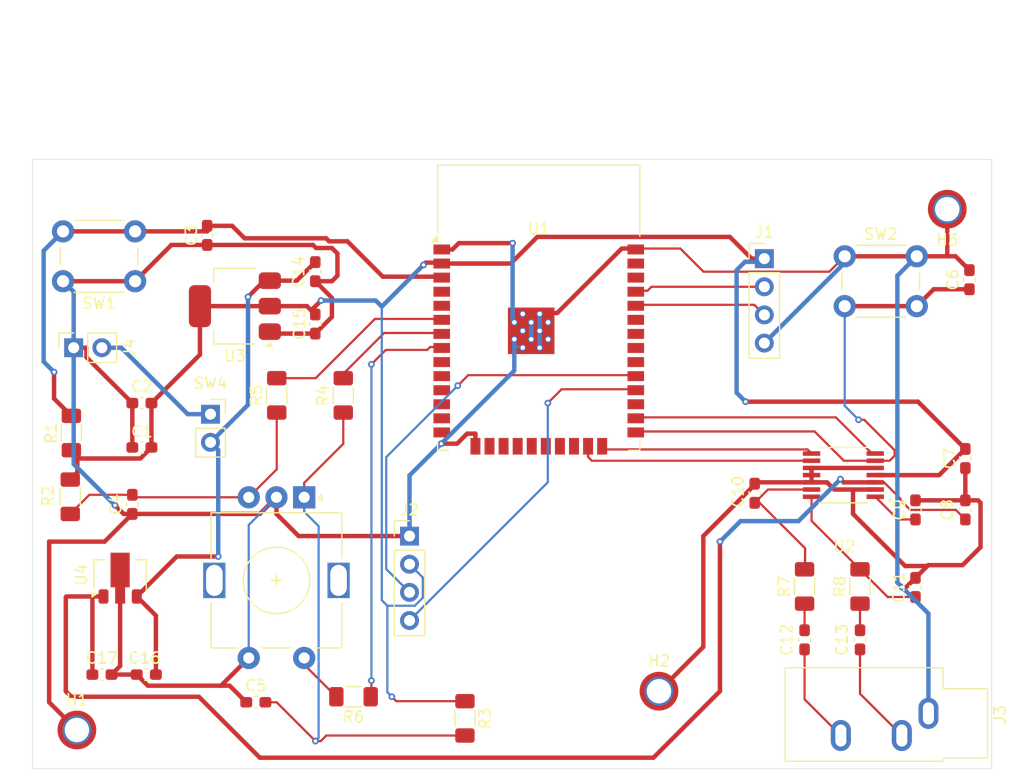
<source format=kicad_pcb>
(kicad_pcb (version 20241229) (generator "pcbnew") (generator_version "9.0")
  (layers (0 "F.Cu" signal) (2 "B.Cu" signal) (13 "F.Paste" user) (15 "B.Paste" user) (5 "F.SilkS" user "F.Silkscreen") (7 "B.SilkS" user "B.Silkscreen") (1 "F.Mask" user) (3 "B.Mask" user) (25 "Edge.Cuts" user))
  (net 0 "")
  (net 1 "+3.3V")
  (net 2 "GND")
  (net 3 "/EN")
  (net 4 "Net-(C4-Pad1)")
  (net 5 "/INV")
  (net 6 "Net-(C5-Pad1)")
  (net 7 "/TX0")
  (net 8 "/IO0")
  (net 10 "/RX0")
  (net 12 "+5V")
  (net 14 "/IO5")
  (net 15 "/IO17")
  (net 19 "Net-(J4-Pin_2)")
  (net 23 "/IO32")
  (net 28 "/IO34")
  (net 29 "Net-(U2-VREF)")
  (net 34 "Net-(U2-VINL)")
  (net 37 "Net-(U2-VINR)")
  (net 38 "/IO35")
  (net 39 "Net-(C12-Pad1)")
  (net 40 "Net-(C12-Pad2)")
  (net 41 "Net-(C13-Pad2)")
  (net 42 "Net-(C13-Pad1)")
  (net 43 "Net-(R6-Pad2)")
  (net 44 "/IO15")
  (net 48 "/IO2")
  (net 49 "/IO4")
  (footprint "Connector_PinHeader_2.54mm:PinHeader_1x04_P2.54mm_Vertical" (layer "F.Cu") (at 97.5 103)
    (property "Reference" "J2")
    (property "Value" "OLED I2C")
  )
  (footprint "Capacitor_SMD:C_0603_1608Metric_Pad1.08x0.95mm_HandSolder" (layer "F.Cu") (at 73.3625 91 180)
    (property "Reference" "C2")
    (property "Value" "0.1uF")
  )
  (footprint "Capacitor_SMD:C_0603_1608Metric_Pad1.08x0.95mm_HandSolder" (layer "F.Cu") (at 147.63 100.6375 -90)
    (property "Reference" "C8")
    (property "Value" "2.2uF")
  )
  (footprint "Resistor_SMD:R_1206_3216Metric_Pad1.30x1.75mm_HandSolder" (layer "F.Cu") (at 133.13 107.55 90)
    (property "Reference" "R7")
    (property "Value" "470")
  )
  (footprint "Capacitor_SMD:C_0603_1608Metric_Pad1.08x0.95mm_HandSolder" (layer "F.Cu") (at 128.63 99.1375 -90)
    (property "Reference" "C10")
    (property "Value" "2200pF")
  )
  (footprint "Resistor_SMD:R_1206_3216Metric_Pad1.30x1.75mm_HandSolder" (layer "F.Cu") (at 67 93.7 90)
    (property "Reference" "R1")
    (property "Value" "10k")
  )
  (footprint "Capacitor_SMD:C_0603_1608Metric_Pad1.08x0.95mm_HandSolder" (layer "F.Cu") (at 147.63 96 90)
    (property "Reference" "C7")
    (property "Value" "2.2uF")
  )
  (footprint "Package_TO_SOT_SMD:SOT-223-3_TabPin2" (layer "F.Cu") (at 81.75 82.25 180)
    (property "Reference" "U3")
    (property "Value" "ADP3338AKCZ-3.3")
  )
  (footprint "Capacitor_SMD:C_0603_1608Metric_Pad1.08x0.95mm_HandSolder" (layer "F.Cu") (at 89 79.1375 -90)
    (property "Reference" "C14")
    (property "Value" "1uF")
  )
  (footprint "Capacitor_SMD:C_0603_1608Metric_Pad1.08x0.95mm_HandSolder" (layer "F.Cu") (at 138.13 112.3625 -90)
    (property "Reference" "C13")
    (property "Value" "2.2uF")
  )
  (footprint "Resistor_SMD:R_1206_3216Metric_Pad1.30x1.75mm_HandSolder" (layer "F.Cu") (at 66.9 99.45 -90)
    (property "Reference" "R2")
    (property "Value" "10k")
  )
  (footprint "Resistor_SMD:R_1206_3216Metric_Pad1.30x1.75mm_HandSolder" (layer "F.Cu") (at 102.5 119.45 -90)
    (property "Reference" "R3")
    (property "Value" "10k")
  )
  (footprint "PCM1808:SOP65P640X120-14N" (layer "F.Cu") (at 136.63 97.5 180)
    (property "Reference" "U2")
    (property "Value" "PCM1808PWR")
  )
  (footprint "MountingHole:MountingHole_2.2mm_M2_ISO7380_Pad_TopOnly" (layer "F.Cu") (at 146 73.5 180)
    (property "Reference" "H3")
    (property "Value" "MountingHole_Pad")
  )
  (footprint "Capacitor_SMD:C_0603_1608Metric_Pad1.08x0.95mm_HandSolder" (layer "F.Cu") (at 83.6375 118 180)
    (property "Reference" "C5")
    (property "Value" "0.1uF")
  )
  (footprint "Connector_PinSocket_2.54mm:PinSocket_1x02_P2.54mm_Vertical" (layer "F.Cu") (at 79.55 92)
    (property "Reference" "SW4")
    (property "Value" "Power switch")
  )
  (footprint "Capacitor_SMD:C_0603_1608Metric_Pad1.08x0.95mm_HandSolder" (layer "F.Cu") (at 73.7625 115.5 180)
    (property "Reference" "C16")
    (property "Value" "0.1uF")
  )
  (footprint "Capacitor_SMD:C_0603_1608Metric_Pad1.08x0.95mm_HandSolder" (layer "F.Cu") (at 69.7625 115.5)
    (property "Reference" "C17")
    (property "Value" "0.1uF")
  )
  (footprint "Capacitor_SMD:C_0603_1608Metric_Pad1.08x0.95mm_HandSolder" (layer "F.Cu") (at 79.25 75.8625 90)
    (property "Reference" "C3")
    (property "Value" "1uF")
  )
  (footprint "Resistor_SMD:R_1206_3216Metric_Pad1.30x1.75mm_HandSolder" (layer "F.Cu") (at 138.13 107.55 90)
    (property "Reference" "R8")
    (property "Value" "470")
  )
  (footprint "Capacitor_SMD:C_0603_1608Metric_Pad1.08x0.95mm_HandSolder" (layer "F.Cu") (at 89 83.8625 90)
    (property "Reference" "C15")
    (property "Value" "1uF")
  )
  (footprint "Connector_PinHeader_2.54mm:PinHeader_1x04_P2.54mm_Vertical" (layer "F.Cu") (at 129.5 77.96)
    (property "Reference" "J1")
    (property "Value" "Flash UART")
  )
  (footprint "Connector_PinSocket_2.54mm:PinSocket_1x02_P2.54mm_Vertical" (layer "F.Cu") (at 67.21 86 90)
    (property "Reference" "J4")
    (property "Value" "Power")
  )
  (footprint "Package_TO_SOT_SMD:SOT-89-3" (layer "F.Cu") (at 71.4 106.5 90)
    (property "Reference" "U4")
    (property "Value" "L78L05_SOT89")
  )
  (footprint "Capacitor_SMD:C_0603_1608Metric_Pad1.08x0.95mm_HandSolder" (layer "F.Cu") (at 143.13 100.6375 90)
    (property "Reference" "C9")
    (property "Value" "2.2uF")
  )
  (footprint "Resistor_SMD:R_1206_3216Metric_Pad1.30x1.75mm_HandSolder" (layer "F.Cu") (at 85.525 90.3 90)
    (property "Reference" "R5")
    (property "Value" "10k")
  )
  (footprint "Rotary_Encoder:RotaryEncoder_Alps_EC11E-Switch_Vertical_H20mm" (layer "F.Cu") (at 88 99.5 -90)
    (property "Reference" "SW3" (hide yes))
    (property "Value" "RotaryEncoder_Switch")
  )
  (footprint "RF_Module:ESP32-WROOM-32" (layer "F.Cu") (at 109.155 85.385)
    (property "Reference" "U1")
    (property "Value" "ESP32-WROOM-32")
  )
  (footprint "Connector_Audio:Jack_3.5mm_CUI_SJ1-3533NG_Horizontal" (layer "F.Cu") (at 144.3 119 -90)
    (property "Reference" "J3")
    (property "Value" "AudioJack3")
  )
  (footprint "Resistor_SMD:R_1206_3216Metric_Pad1.30x1.75mm_HandSolder" (layer "F.Cu") (at 91.525 90.3 90)
    (property "Reference" "R4")
    (property "Value" "10k")
  )
  (footprint "MountingHole:MountingHole_2.2mm_M2_ISO7380_Pad_TopOnly" (layer "F.Cu") (at 67.5 120.5)
    (property "Reference" "H1")
    (property "Value" "MountingHole_Pad")
  )
  (footprint "Resistor_SMD:R_1206_3216Metric_Pad1.30x1.75mm_HandSolder" (layer "F.Cu") (at 92.45 117.5 180)
    (property "Reference" "R6")
    (property "Value" "10k")
  )
  (footprint "Capacitor_SMD:C_0603_1608Metric_Pad1.08x0.95mm_HandSolder" (layer "F.Cu") (at 143.13 107.6375 -90)
    (property "Reference" "C11")
    (property "Value" "2200pF")
  )
  (footprint "Capacitor_SMD:C_0603_1608Metric_Pad1.08x0.95mm_HandSolder" (layer "F.Cu") (at 72.5 100.1375 -90)
    (property "Reference" "C4")
    (property "Value" "0.1unF")
  )
  (footprint "Capacitor_SMD:C_0603_1608Metric_Pad1.08x0.95mm_HandSolder" (layer "F.Cu") (at 133.13 112.3625 -90)
    (property "Reference" "C12")
    (property "Value" "2.2uF")
  )
  (footprint "Button_Switch_THT:SW_PUSH_6mm_H4.3mm" (layer "F.Cu") (at 72.75 80 180)
    (property "Reference" "SW1")
    (property "Value" "Reset")
  )
  (footprint "Button_Switch_THT:SW_PUSH_6mm_H4.3mm" (layer "F.Cu") (at 136.75 77.75)
    (property "Reference" "SW2")
    (property "Value" "Boot")
  )
  (footprint "MountingHole:MountingHole_2.2mm_M2_ISO7380_Pad_TopOnly" (layer "F.Cu") (at 120 117)
    (property "Reference" "H2")
    (property "Value" "MountingHole_Pad")
  )
  (footprint "Capacitor_SMD:C_0603_1608Metric_Pad1.08x0.95mm_HandSolder" (layer "F.Cu") (at 148 79.8625 -90)
    (property "Reference" "C6")
    (property "Value" "1uF")
  )
  (footprint "Capacitor_SMD:C_0603_1608Metric_Pad1.08x0.95mm_HandSolder" (layer "F.Cu") (at 73.3625 95)
    (property "Reference" "C1")
    (property "Value" "10uF")
  )
  (gr_rect (start 63.5 69) (end 150 124) (stroke (width 0.05)) (fill no) (layer "Edge.Cuts"))
  (segment (start 139.5 97.5) (end 145.2675 97.5) (width 0.4) (layer "F.Cu") (net 1))
  (segment (start 74.225 95) (end 73.225 96) (width 0.4) (layer "F.Cu") (net 1))
  (segment (start 100.49 78.405) (end 100.405 78.32) (width 0.4) (layer "F.Cu") (net 1))
  (segment (start 84.9 82.25) (end 88.25 82.25) (width 0.4) (layer "F.Cu") (net 1))
  (segment (start 88.25 82.25) (end 88.6325 82.6325) (width 0.4) (layer "F.Cu") (net 1))
  (segment (start 145.2675 97.5) (end 147.63 95.1375) (width 0.4) (layer "F.Cu") (net 1))
  (segment (start 67.75 96) (end 67.5426 95.7926) (width 0.4) (layer "F.Cu") (net 1))
  (segment (start 96.3056 117.9) (end 95.9056 117.5) (width 0.2) (layer "F.Cu") (net 1))
  (segment (start 100.405 78.32) (end 98.9693 78.32) (width 0.4) (layer "F.Cu") (net 1))
  (segment (start 128.3483 77.96) (end 126.3883 76) (width 0.4) (layer "F.Cu") (net 1))
  (segment (start 98.9693 78.32) (end 98.7611 78.5282) (width 0.4) (layer "F.Cu") (net 1))
  (segment (start 88.6325 82.6325) (end 89 83) (width 0.2) (layer "F.Cu") (net 1))
  (segment (start 78.6 86.625) (end 78.6 82.25) (width 0.4) (layer "F.Cu") (net 1))
  (segment (start 73.225 96) (end 67.75 96) (width 0.4) (layer "F.Cu") (net 1))
  (segment (start 67.5426 97.2574) (end 66.9 97.9) (width 0.4) (layer "F.Cu") (net 1))
  (segment (start 74.225 95) (end 74.225 91) (width 0.4) (layer "F.Cu") (net 1))
  (segment (start 78.6 82.25) (end 84.9 82.25) (width 0.4) (layer "F.Cu") (net 1))
  (segment (start 67.5426 95.7926) (end 67 95.25) (width 0.4) (layer "F.Cu") (net 1))
  (segment (start 143.3635 90.871) (end 127.8088 90.871) (width 0.4) (layer "F.Cu") (net 1))
  (segment (start 102.5 117.9) (end 96.3056 117.9) (width 0.2) (layer "F.Cu") (net 1))
  (segment (start 126.3883 76) (end 109.0303 76) (width 0.4) (layer "F.Cu") (net 1))
  (segment (start 106.6253 78.405) (end 100.49 78.405) (width 0.4) (layer "F.Cu") (net 1))
  (segment (start 89.5244 81.7406) (end 88.6325 82.6325) (width 0.4) (layer "F.Cu") (net 1))
  (segment (start 109.0303 76) (end 106.6253 78.405) (width 0.4) (layer "F.Cu") (net 1))
  (segment (start 67.5426 95.7926) (end 67.5426 97.2574) (width 0.4) (layer "F.Cu") (net 1))
  (segment (start 129.5 77.96) (end 128.3483 77.96) (width 0.4) (layer "F.Cu") (net 1))
  (segment (start 147.63 95.1375) (end 143.3635 90.871) (width 0.4) (layer "F.Cu") (net 1))
  (segment (start 74.225 91) (end 78.6 86.625) (width 0.4) (layer "F.Cu") (net 1))
  (via (at 89.5244 81.7406) (size 0.6) (drill 0.3) (layers "F.Cu" "B.Cu") (net 1))
  (via (at 95.9056 117.5) (size 0.6) (drill 0.3) (layers "F.Cu" "B.Cu") (net 1))
  (via (at 98.7611 78.5282) (size 0.6) (drill 0.3) (layers "F.Cu" "B.Cu") (net 1))
  (via (at 127.8088 90.871) (size 0.6) (drill 0.3) (layers "F.Cu" "B.Cu") (net 1))
  (segment (start 95.5 109.2874) (end 95.5 117.0944) (width 0.2) (layer "B.Cu") (net 1))
  (segment (start 97.9782 109.2874) (end 98.6993 108.5663) (width 0.2) (layer "B.Cu") (net 1))
  (segment (start 95.5 109.2874) (end 97.9782 109.2874) (width 0.2) (layer "B.Cu") (net 1))
  (segment (start 98.6993 106.7393) (end 97.5 105.54) (width 0.2) (layer "B.Cu") (net 1))
  (segment (start 129.2121 78.2479) (end 129.5 77.96) (width 0.2) (layer "B.Cu") (net 1))
  (segment (start 95 108.7874) (end 95 82.2893) (width 0.2) (layer "B.Cu") (net 1))
  (segment (start 95.5 109.2874) (end 95 108.7874) (width 0.2) (layer "B.Cu") (net 1))
  (segment (start 127.7521 78.2479) (end 129.2121 78.2479) (width 0.4) (layer "B.Cu") (net 1))
  (segment (start 95.5 117.0944) (end 95.9056 117.5) (width 0.2) (layer "B.Cu") (net 1))
  (segment (start 127.8088 90.871) (end 127 90.0622) (width 0.4) (layer "B.Cu") (net 1))
  (segment (start 95 82.2893) (end 98.7611 78.5282) (width 0.4) (layer "B.Cu") (net 1))
  (segment (start 94.4513 81.7406) (end 89.5244 81.7406) (width 0.4) (layer "B.Cu") (net 1))
  (segment (start 127 90.0622) (end 127 79) (width 0.4) (layer "B.Cu") (net 1))
  (segment (start 127 79) (end 127.7521 78.2479) (width 0.4) (layer "B.Cu") (net 1))
  (segment (start 98.6993 108.5663) (end 98.6993 106.7393) (width 0.2) (layer "B.Cu") (net 1))
  (segment (start 95 82.2893) (end 94.4513 81.7406) (width 0.4) (layer "B.Cu") (net 1))
  (segment (start 71.4 114.725) (end 71.4 108.3625) (width 0.4) (layer "F.Cu") (net 2))
  (segment (start 106.95 85.1525) (end 108.475 85.1525) (width 0.4) (layer "F.Cu") (net 2))
  (segment (start 90.5 77) (end 89.0662 77) (width 0.4) (layer "F.Cu") (net 2))
  (segment (start 101.7916 94.66) (end 102.6933 93.7583) (width 0.4) (layer "F.Cu") (net 2))
  (segment (start 70.625 115.5) (end 71.4 114.725) (width 0.4) (layer "F.Cu") (net 2))
  (segment (start 133.76 98.15) (end 135.15 98.15) (width 0.4) (layer "F.Cu") (net 2))
  (segment (start 106.95 85.915) (end 107.7125 85.915) (width 0.4) (layer "F.Cu") (net 2))
  (segment (start 85.075 84.725) (end 89 84.725) (width 0.4) (layer "F.Cu") (net 2))
  (segment (start 85.5 101) (end 85.5 99.5) (width 0.4) (layer "F.Cu") (net 2))
  (segment (start 89.0662 77) (end 88.7927 76.7265) (width 0.4) (layer "F.Cu") (net 2))
  (segment (start 110 82.865) (end 110.8267 82.865) (width 0.4) (layer "F.Cu") (net 2))
  (segment (start 106.95 82.865) (end 107.7125 82.865) (width 0.4) (layer "F.Cu") (net 2))
  (segment (start 84 101) (end 72.5 101) (width 0.4) (layer "F.Cu") (net 2))
  (segment (start 71.7131 101) (end 72.5 101) (width 0.4) (layer "F.Cu") (net 2))
  (segment (start 91 77.5) (end 90.5 77) (width 0.4) (layer "F.Cu") (net 2))
  (segment (start 79.25 76.725) (end 79.2515 76.7265) (width 0.2) (layer "F.Cu") (net 2))
  (segment (start 136.75 77.75) (end 135.3625 79.1375) (width 0.2) (layer "F.Cu") (net 2))
  (segment (start 73.9 116.5) (end 72.9 115.5) (width 0.4) (layer "F.Cu") (net 2))
  (segment (start 97.5 103) (end 87.5 103) (width 0.4) (layer "F.Cu") (net 2))
  (segment (start 109.2375 85.915) (end 108.475 85.915) (width 0.4) (layer "F.Cu") (net 2))
  (segment (start 66.25 80) (end 72.75 80) (width 0.4) (layer "F.Cu") (net 2))
  (segment (start 143.13 99.775) (end 147.63 99.775) (width 0.4) (layer "F.Cu") (net 2))
  (segment (start 70.9346 100.2215) (end 71.7131 101) (width 0.4) (layer "F.Cu") (net 2))
  (segment (start 67.5 120.5) (end 65 118) (width 0.4) (layer "F.Cu") (net 2))
  (segment (start 84.9 84.55) (end 85.075 84.725) (width 0.2) (layer "F.Cu") (net 2))
  (segment (start 133.76 96.85) (end 133.76 97.5) (width 0.4) (layer "F.Cu") (net 2))
  (segment (start 108.475 85.915) (end 107.7125 85.915) (width 0.4) (layer "F.Cu") (net 2))
  (segment (start 146.75 77.75) (end 148 79) (width 0.4) (layer "F.Cu") (net 2))
  (segment (start 121.9234 77.05) (end 117.905 77.05) (width 0.2) (layer "F.Cu") (net 2))
  (segment (start 141.9196 107.613) (end 142.292 107.613) (width 0.2) (layer "F.Cu") (net 2))
  (segment (start 106.95 84.39) (end 107.7125 84.39) (width 0.4) (layer "F.Cu") (net 2))
  (segment (start 65 118) (end 65 103.5) (width 0.4) (layer "F.Cu") (net 2))
  (segment (start 124 103) (end 128.63 98.37) (width 0.4) (layer "F.Cu") (net 2))
  (segment (start 80.5 116.5) (end 83 114) (width 0.4) (layer "F.Cu") (net 2))
  (segment (start 101.943 76.5637) (end 106.7969 76.5637) (width 0.4) (layer "F.Cu") (net 2))
  (segment (start 72.5 91) (end 68.3617 86.8617) (width 0.4) (layer "F.Cu") (net 2))
  (segment (start 110 82.865) (end 109.2375 82.865) (width 0.4) (layer "F.Cu") (net 2))
  (segment (start 147.63 96.8625) (end 147.63 99.775) (width 0.4) (layer "F.Cu") (net 2))
  (segment (start 108.475 84.39) (end 109.2375 84.39) (width 0.4) (layer "F.Cu") (net 2))
  (segment (start 110 85.1525) (end 108.475 85.1525) (width 0.4) (layer "F.Cu") (net 2))
  (segment (start 146 77.75) (end 146.75 77.75) (width 0.4) (layer "F.Cu") (net 2))
  (segment (start 135.8 98.8) (end 137.5 98.8) (width 0.4) (layer "F.Cu") (net 2))
  (segment (start 124.0109 79.1375) (end 121.9234 77.05) (width 0.2) (layer "F.Cu") (net 2))
  (segment (start 101.3717 77.135) (end 101.943 76.5637) (width 0.4) (layer "F.Cu") (net 2))
  (segment (start 143.25 77.75) (end 146 77.75) (width 0.4) (layer "F.Cu") (net 2))
  (segment (start 106.95 83.6275) (end 108.475 83.6275) (width 0.4) (layer "F.Cu") (net 2))
  (segment (start 68.3617 86.8617) (end 68.3617 86) (width 0.4) (layer "F.Cu") (net 2))
  (segment (start 139.5 98.8) (end 137.5 98.8) (width 0.4) (layer "F.Cu") (net 2))
  (segment (start 89 80) (end 90.5 80) (width 0.4) (layer "F.Cu") (net 2))
  (segment (start 133.76 98.15) (end 128.755 98.15) (width 0.4) (layer "F.Cu") (net 2))
  (segment (start 149 100) (end 148.775 99.775) (width 0.4) (layer "F.Cu") (net 2))
  (segment (start 72.75 80) (end 76.025 76.725) (width 0.4) (layer "F.Cu") (net 2))
  (segment (start 110 83.6275) (end 108.475 83.6275) (width 0.4) (layer "F.Cu") (net 2))
  (segment (start 144.2822 105.6228) (end 147.3772 105.6228) (width 0.4) (layer "F.Cu") (net 2))
  (segment (start 146 77.75) (end 146 73.5) (width 0.4) (layer "F.Cu") (net 2))
  (segment (start 90.5 80) (end 91 79.5) (width 0.4) (layer "F.Cu") (net 2))
  (segment (start 91 79.5) (end 91 77.5) (width 0.4) (layer "F.Cu") (net 2))
  (segment (start 108.475 82.865) (end 107.7125 82.865) (width 0.4) (layer "F.Cu") (net 2))
  (segment (start 88.7927 76.7265) (end 79.2515 76.7265) (width 0.4) (layer "F.Cu") (net 2))
  (segment (start 110 84.39) (end 109.2375 84.39) (width 0.4) (layer "F.Cu") (net 2))
  (segment (start 108.475 82.865) (end 109.2375 82.865) (width 0.4) (layer "F.Cu") (net 2))
  (segment (start 102.6933 93.7583) (end 103.445 93.7583) (width 0.4) (layer "F.Cu") (net 2))
  (segment (start 147.3772 105.6228) (end 149 104) (width 0.4) (layer "F.Cu") (net 2))
  (segment (start 120 117) (end 124 113) (width 0.4) (layer "F.Cu") (net 2))
  (segment (start 87.5 103) (end 85.5 101) (width 0.4) (layer "F.Cu") (net 2))
  (segment (start 70 103.5) (end 72.5 101) (width 0.4) (layer "F.Cu") (net 2))
  (segment (start 144.2822 105.6228) (end 144.2025 105.7025) (width 0.4) (layer "F.Cu") (net 2))
  (segment (start 128.755 98.15) (end 128.63 98.275) (width 0.4) (layer "F.Cu") (net 2))
  (segment (start 107.7125 84.39) (end 108.475 84.39) (width 0.4) (layer "F.Cu") (net 2))
  (segment (start 67.21 86) (end 68.3617 86) (width 0.4) (layer "F.Cu") (net 2))
  (segment (start 137.5 101) (end 137.5 98.8) (width 0.4) (layer "F.Cu") (net 2))
  (segment (start 135.15 98.15) (end 135.8 98.8) (width 0.4) (layer "F.Cu") (net 2))
  (segment (start 103.445 94.81) (end 103.445 93.7583) (width 0.4) (layer "F.Cu") (net 2))
  (segment (start 81.275 116.5) (end 82.775 118) (width 0.4) (layer "F.Cu") (net 2))
  (segment (start 133.76 97.5) (end 133.76 98.15) (width 0.4) (layer "F.Cu") (net 2))
  (segment (start 117.905 77.05) (end 116.6417 77.05) (width 0.4) (layer "F.Cu") (net 2))
  (segment (start 136.75 77.75) (end 143.25 77.75) (width 0.4) (layer "F.Cu") (net 2))
  (segment (start 80.5 116.5) (end 81.275 116.5) (width 0.4) (layer "F.Cu") (net 2))
  (segment (start 90.5 83.225) (end 90.5 81.5) (width 0.4) (layer "F.Cu") (net 2))
  (segment (start 142.292 107.613) (end 143.13 106.775) (width 0.4) (layer "F.Cu") (net 2))
  (segment (start 148.775 99.775) (end 147.63 99.775) (width 0.4) (layer "F.Cu") (net 2))
  (segment (start 72.9 115.5) (end 70.625 115.5) (width 0.4) (layer "F.Cu") (net 2))
  (segment (start 128.63 98.37) (end 128.63 98.275) (width 0.4) (layer "F.Cu") (net 2))
  (segment (start 65 103.5) (end 70 103.5) (width 0.4) (layer "F.Cu") (net 2))
  (segment (start 72.5 91) (end 72.5 95) (width 0.4) (layer "F.Cu") (net 2))
  (segment (start 144.2025 105.7025) (end 143.13 106.775) (width 0.4) (layer "F.Cu") (net 2))
  (segment (start 124 113) (end 124 103) (width 0.4) (layer "F.Cu") (net 2))
  (segment (start 76.025 76.725) (end 79.25 76.725) (width 0.4) (layer "F.Cu") (net 2))
  (segment (start 149 104) (end 149 100) (width 0.4) (layer "F.Cu") (net 2))
  (segment (start 90.5 81.5) (end 90.1261 81.1261) (width 0.4) (layer "F.Cu") (net 2))
  (segment (start 100.405 77.135) (end 101.3717 77.135) (width 0.4) (layer "F.Cu") (net 2))
  (segment (start 85.5 99.5) (end 84 101) (width 0.4) (layer "F.Cu") (net 2))
  (segment (start 109.2375 85.915) (end 110 85.915) (width 0.4) (layer "F.Cu") (net 2))
  (segment (start 100.405 77.05) (end 100.405 77.135) (width 0.4) (layer "F.Cu") (net 2))
  (segment (start 139.5 96.85) (end 133.76 96.85) (width 0.4) (layer "F.Cu") (net 2))
  (segment (start 90.1261 81.1261) (end 89 80) (width 0.4) (layer "F.Cu") (net 2))
  (segment (start 144.2025 105.7025) (end 142.2025 105.7025) (width 0.4) (layer "F.Cu") (net 2))
  (segment (start 135.3625 79.1375) (end 124.0109 79.1375) (width 0.2) (layer "F.Cu") (net 2))
  (segment (start 100.3625 94.66) (end 101.7916 94.66) (width 0.4) (layer "F.Cu") (net 2))
  (segment (start 142.2025 105.7025) (end 137.5 101) (width 0.4) (layer "F.Cu") (net 2))
  (segment (start 116.6417 77.05) (end 110.8267 82.865) (width 0.4) (layer "F.Cu") (net 2))
  (segment (start 80.5 116.5) (end 73.9 116.5) (width 0.4) (layer "F.Cu") (net 2))
  (segment (start 89 84.725) (end 90.5 83.225) (width 0.4) (layer "F.Cu") (net 2))
  (via (at 106.7969 76.5637) (size 0.6) (drill 0.3) (layers "F.Cu" "B.Cu") (net 2))
  (via (at 100.3625 94.66) (size 0.6) (drill 0.3) (layers "F.Cu" "B.Cu") (net 2))
  (via (at 70.9346 100.2215) (size 0.6) (drill 0.3) (layers "F.Cu" "B.Cu") (net 2))
  (via (at 141.9196 107.613) (size 0.6) (drill 0.3) (layers "F.Cu" "B.Cu") (net 2))
  (segment (start 129.5 85.58) (end 136.75 78.33) (width 0.4) (layer "B.Cu") (net 2))
  (segment (start 141.5 107.1934) (end 141.5 79.5) (width 0.4) (layer "B.Cu") (net 2))
  (segment (start 106.95 88.0725) (end 106.95 85.915) (width 0.4) (layer "B.Cu") (net 2))
  (segment (start 106.95 85.915) (end 107.7125 85.915) (width 0.2) (layer "B.Cu") (net 2))
  (segment (start 100.3625 94.66) (end 106.95 88.0725) (width 0.4) (layer "B.Cu") (net 2))
  (segment (start 83 102) (end 85.5 99.5) (width 0.2) (layer "B.Cu") (net 2))
  (segment (start 67.21 86) (end 67.21 96.496901) (width 0.4) (layer "B.Cu") (net 2))
  (segment (start 141.9196 107.613) (end 141.5 107.1934) (width 0.4) (layer "B.Cu") (net 2))
  (segment (start 83 114) (end 83 102) (width 0.2) (layer "B.Cu") (net 2))
  (segment (start 109.2375 85.915) (end 109.2375 84.39) (width 0.4) (layer "B.Cu") (net 2))
  (segment (start 67.21 80.96) (end 67.21 86) (width 0.4) (layer "B.Cu") (net 2))
  (segment (start 108.475 83.6275) (end 108.475 85.1525) (width 0.4) (layer "B.Cu") (net 2))
  (segment (start 106.7969 83.4744) (end 106.7969 76.5637) (width 0.4) (layer "B.Cu") (net 2))
  (segment (start 144.3 109.9934) (end 141.9196 107.613) (width 0.4) (layer "B.Cu") (net 2))
  (segment (start 109.2375 84.39) (end 109.2375 82.865) (width 0.4) (layer "B.Cu") (net 2))
  (segment (start 97.5 97.5225) (end 100.3625 94.66) (width 0.4) (layer "B.Cu") (net 2))
  (segment (start 141.5 79.5) (end 143.25 77.75) (width 0.4) (layer "B.Cu") (net 2))
  (segment (start 144.3 109.9934) (end 144.3 119) (width 0.4) (layer "B.Cu") (net 2))
  (segment (start 136.75 78.33) (end 136.75 77.75) (width 0.2) (layer "B.Cu") (net 2))
  (segment (start 67.21 96.496901) (end 70.934599 100.2215) (width 0.4) (layer "B.Cu") (net 2))
  (segment (start 106.95 85.915) (end 106.95 85.1525) (width 0.4) (layer "B.Cu") (net 2))
  (segment (start 66.25 80) (end 67.21 80.96) (width 0.4) (layer "B.Cu") (net 2))
  (segment (start 97.5 103) (end 97.5 97.5225) (width 0.4) (layer "B.Cu") (net 2))
  (segment (start 106.95 83.6275) (end 106.7969 83.4744) (width 0.4) (layer "B.Cu") (net 2))
  (segment (start 70.934599 100.2215) (end 70.9346 100.2215) (width 0.4) (layer "B.Cu") (net 2))
  (segment (start 89.977558 76.1255) (end 82.6255 76.1255) (width 0.4) (layer "F.Cu") (net 3))
  (segment (start 81.5 75) (end 79.25 75) (width 0.4) (layer "F.Cu") (net 3))
  (segment (start 67 92.15) (end 65.4413 90.5913) (width 0.4) (layer "F.Cu") (net 3))
  (segment (start 72.75 75.5) (end 79.25 75.5) (width 0.4) (layer "F.Cu") (net 3))
  (segment (start 79.25 75.5) (end 79.25 75) (width 0.4) (layer "F.Cu") (net 3))
  (segment (start 65.4413 90.5913) (end 65.4413 88.201) (width 0.4) (layer "F.Cu") (net 3))
  (segment (start 95.09 79.59) (end 91.899 76.399) (width 0.4) (layer "F.Cu") (net 3))
  (segment (start 91.899 76.399) (end 90.251058 76.399) (width 0.4) (layer "F.Cu") (net 3))
  (segment (start 90.251058 76.399) (end 89.977558 76.1255) (width 0.4) (layer "F.Cu") (net 3))
  (segment (start 100.405 79.59) (end 95.09 79.59) (width 0.4) (layer "F.Cu") (net 3))
  (segment (start 82.6255 76.1255) (end 81.5 75) (width 0.4) (layer "F.Cu") (net 3))
  (segment (start 66.25 75.5) (end 72.75 75.5) (width 0.4) (layer "F.Cu") (net 3))
  (via (at 65.4413 88.201) (size 0.6) (drill 0.3) (layers "F.Cu" "B.Cu") (net 3))
  (segment (start 64.5 87.2597) (end 64.5 77.25) (width 0.4) (layer "B.Cu") (net 3))
  (segment (start 64.5 77.25) (end 66.25 75.5) (width 0.4) (layer "B.Cu") (net 3))
  (segment (start 65.4413 88.201) (end 64.5 87.2597) (width 0.4) (layer "B.Cu") (net 3))
  (segment (start 72.5 99.275) (end 68.625 99.275) (width 0.2) (layer "F.Cu") (net 4))
  (segment (start 72.725 99.5) (end 72.5 99.275) (width 0.2) (layer "F.Cu") (net 4))
  (segment (start 68.625 99.275) (end 66.9 101) (width 0.2) (layer "F.Cu") (net 4))
  (segment (start 83 99.5) (end 72.725 99.5) (width 0.2) (layer "F.Cu") (net 4))
  (segment (start 85.525 91.85) (end 85.525 96.975) (width 0.2) (layer "F.Cu") (net 4))
  (segment (start 85.525 96.975) (end 83 99.5) (width 0.2) (layer "F.Cu") (net 4))
  (segment (start 89 78.275) (end 87.325 79.95) (width 0.4) (layer "F.Cu") (net 5))
  (segment (start 82.933 81.4163) (end 84.3993 79.95) (width 0.4) (layer "F.Cu") (net 5))
  (segment (start 74.625 110.175) (end 74.625 115.5) (width 0.4) (layer "F.Cu") (net 5))
  (segment (start 72.9 108.45) (end 74.625 110.175) (width 0.4) (layer "F.Cu") (net 5))
  (segment (start 76.505 104.845) (end 80.2488 104.845) (width 0.4) (layer "F.Cu") (net 5))
  (segment (start 87.325 79.95) (end 84.9 79.95) (width 0.4) (layer "F.Cu") (net 5))
  (segment (start 84.3993 79.95) (end 84.9 79.95) (width 0.2) (layer "F.Cu") (net 5))
  (segment (start 72.9 108.45) (end 76.505 104.845) (width 0.4) (layer "F.Cu") (net 5))
  (via (at 80.2488 104.845) (size 0.6) (drill 0.3) (layers "F.Cu" "B.Cu") (net 5))
  (via (at 82.933 81.4163) (size 0.6) (drill 0.3) (layers "F.Cu" "B.Cu") (net 5))
  (segment (start 82.933 81.4163) (end 82.933 91.157) (width 0.4) (layer "B.Cu") (net 5))
  (segment (start 80.2488 95.2388) (end 79.55 94.54) (width 0.4) (layer "B.Cu") (net 5))
  (segment (start 82.933 91.157) (end 79.55 94.54) (width 0.4) (layer "B.Cu") (net 5))
  (segment (start 80.2488 104.845) (end 80.2488 95.2388) (width 0.4) (layer "B.Cu") (net 5))
  (segment (start 85.5145 118) (end 89.0145 121.5) (width 0.2) (layer "F.Cu") (net 6))
  (segment (start 88 99.5) (end 88 98.1983) (width 0.2) (layer "F.Cu") (net 6))
  (segment (start 91.525 94.6733) (end 91.525 91.85) (width 0.2) (layer "F.Cu") (net 6))
  (segment (start 90 121) (end 102.5 121) (width 0.2) (layer "F.Cu") (net 6))
  (segment (start 89.5 121.5) (end 90 121) (width 0.2) (layer "F.Cu") (net 6))
  (segment (start 88 98.1983) (end 91.525 94.6733) (width 0.2) (layer "F.Cu") (net 6))
  (segment (start 89.0145 121.5) (end 89.5 121.5) (width 0.2) (layer "F.Cu") (net 6))
  (segment (start 84.5 118) (end 85.5145 118) (width 0.2) (layer "F.Cu") (net 6))
  (via (at 89.0145 121.5) (size 0.6) (drill 0.3) (layers "F.Cu" "B.Cu") (net 6))
  (segment (start 88 99.5) (end 88 100.8017) (width 0.2) (layer "B.Cu") (net 6))
  (segment (start 88 100.8017) (end 89.3017 102.1034) (width 0.2) (layer "B.Cu") (net 6))
  (segment (start 89.3017 102.1034) (end 89.3017 121.2128) (width 0.2) (layer "B.Cu") (net 6))
  (segment (start 89.3017 121.2128) (end 89.0145 121.5) (width 0.2) (layer "B.Cu") (net 6))
  (segment (start 129.5 80.5) (end 119.3167 80.5) (width 0.2) (layer "F.Cu") (net 7))
  (segment (start 117.905 80.86) (end 118.9567 80.86) (width 0.2) (layer "F.Cu") (net 7))
  (segment (start 119.3167 80.5) (end 118.9567 80.86) (width 0.2) (layer "F.Cu") (net 7))
  (segment (start 138.5 92.5) (end 138 92.5) (width 0.2) (layer "F.Cu") (net 8))
  (segment (start 140.8 96.2) (end 141.25 95.75) (width 0.2) (layer "F.Cu") (net 8))
  (segment (start 117.905 93.56) (end 134.0337 93.56) (width 0.2) (layer "F.Cu") (net 8))
  (segment (start 141.25 95.75) (end 141.25 95.25) (width 0.2) (layer "F.Cu") (net 8))
  (segment (start 136.6737 96.2) (end 139.5 96.2) (width 0.2) (layer "F.Cu") (net 8))
  (segment (start 148 80.725) (end 144.775 80.725) (width 0.4) (layer "F.Cu") (net 8))
  (segment (start 134.0337 93.56) (end 136.6737 96.2) (width 0.2) (layer "F.Cu") (net 8))
  (segment (start 144.775 80.725) (end 143.25 82.25) (width 0.4) (layer "F.Cu") (net 8))
  (segment (start 141.25 95.25) (end 138.5 92.5) (width 0.2) (layer "F.Cu") (net 8))
  (segment (start 139.5 96.2) (end 140.8 96.2) (width 0.2) (layer "F.Cu") (net 8))
  (segment (start 143.25 82.25) (end 136.75 82.25) (width 0.4) (layer "F.Cu") (net 8))
  (via (at 138 92.5) (size 0.6) (drill 0.3) (layers "F.Cu" "B.Cu") (net 8))
  (segment (start 138 92.5) (end 136.75 91.25) (width 0.2) (layer "B.Cu") (net 8))
  (segment (start 136.75 91.25) (end 136.75 82.25) (width 0.2) (layer "B.Cu") (net 8))
  (segment (start 129.5 83.04) (end 128.59 82.13) (width 0.2) (layer "F.Cu") (net 10))
  (segment (start 128.59 82.13) (end 117.905 82.13) (width 0.2) (layer "F.Cu") (net 10))
  (segment (start 140.3017 98.15) (end 139.5 98.15) (width 0.2) (layer "F.Cu") (net 12))
  (segment (start 119.5 123) (end 125.5 117) (width 0.4) (layer "F.Cu") (net 12))
  (segment (start 125.5 117) (end 125.5 103.5) (width 0.4) (layer "F.Cu") (net 12))
  (segment (start 142.6621 100.6375) (end 141.7732 99.7486) (width 0.2) (layer "F.Cu") (net 12))
  (segment (start 68.9 108.45) (end 68.9 115.5) (width 0.4) (layer "F.Cu") (net 12))
  (segment (start 136.36315 97.86315) (end 136.65 98.15) (width 0.4) (layer "F.Cu") (net 12))
  (segment (start 84 123) (end 119.5 123) (width 0.4) (layer "F.Cu") (net 12))
  (segment (start 66.5 108.5) (end 66.5 117) (width 0.4) (layer "F.Cu") (net 12))
  (segment (start 66.5 117) (end 67 117.5) (width 0.4) (layer "F.Cu") (net 12))
  (segment (start 136.65 98.15) (end 139.5 98.15) (width 0.4) (layer "F.Cu") (net 12))
  (segment (start 69.9 108.45) (end 68.9 108.45) (width 0.2) (layer "F.Cu") (net 12))
  (segment (start 141.7732 99.7486) (end 141.7732 99.6215) (width 0.2) (layer "F.Cu") (net 12))
  (segment (start 67 117.5) (end 78.5 117.5) (width 0.4) (layer "F.Cu") (net 12))
  (segment (start 146.7675 100.6375) (end 142.6621 100.6375) (width 0.2) (layer "F.Cu") (net 12))
  (segment (start 147.63 101.5) (end 146.7675 100.6375) (width 0.2) (layer "F.Cu") (net 12))
  (segment (start 141.7732 99.6215) (end 140.3017 98.15) (width 0.2) (layer "F.Cu") (net 12))
  (segment (start 66.55 108.45) (end 66.5 108.5) (width 0.2) (layer "F.Cu") (net 12))
  (segment (start 69.9 108.45) (end 66.55 108.45) (width 0.4) (layer "F.Cu") (net 12))
  (segment (start 78.5 117.5) (end 84 123) (width 0.4) (layer "F.Cu") (net 12))
  (via (at 125.5 103.5) (size 0.6) (drill 0.3) (layers "F.Cu" "B.Cu") (net 12))
  (via (at 136.36315 97.86315) (size 0.6) (drill 0.3) (layers "F.Cu" "B.Cu") (net 12))
  (segment (start 136.36315 97.86315) (end 132.5745 101.6518) (width 0.4) (layer "B.Cu") (net 12))
  (segment (start 132.5745 101.6518) (end 127.3482 101.6518) (width 0.4) (layer "B.Cu") (net 12))
  (segment (start 127.3482 101.6518) (end 125.5 103.5) (width 0.4) (layer "B.Cu") (net 12))
  (segment (start 102.7948 88.48) (end 117.905 88.48) (width 0.2) (layer "F.Cu") (net 14))
  (segment (start 101.8488 89.426) (end 102.7948 88.48) (width 0.2) (layer "F.Cu") (net 14))
  (via (at 101.8488 89.426) (size 0.6) (drill 0.3) (layers "F.Cu" "B.Cu") (net 14))
  (segment (start 95.401 105.981) (end 95.401 95.8738) (width 0.2) (layer "B.Cu") (net 14))
  (segment (start 97.5 108.08) (end 95.401 105.981) (width 0.2) (layer "B.Cu") (net 14))
  (segment (start 95.401 95.8738) (end 101.8488 89.426) (width 0.2) (layer "B.Cu") (net 14))
  (segment (start 111.2153 89.75) (end 117.905 89.75) (width 0.2) (layer "F.Cu") (net 15))
  (segment (start 109.9738 90.9915) (end 111.2153 89.75) (width 0.2) (layer "F.Cu") (net 15))
  (via (at 109.9738 90.9915) (size 0.6) (drill 0.3) (layers "F.Cu" "B.Cu") (net 15))
  (segment (start 97.5 110.62) (end 109.9738 98.1462) (width 0.2) (layer "B.Cu") (net 15))
  (segment (start 109.9738 98.1462) (end 109.9738 90.9915) (width 0.2) (layer "B.Cu") (net 15))
  (segment (start 71.5 86) (end 69.75 86) (width 0.4) (layer "B.Cu") (net 19))
  (segment (start 79.55 92) (end 77.5 92) (width 0.4) (layer "B.Cu") (net 19))
  (segment (start 77.5 92) (end 71.5 86) (width 0.4) (layer "B.Cu") (net 19))
  (segment (start 94 117.5) (end 94.0644 117.4356) (width 0.2) (layer "F.Cu") (net 23))
  (segment (start 99.3533 85.94) (end 100.405 85.94) (width 0.2) (layer "F.Cu") (net 23))
  (segment (start 94.0644 117.4356) (end 94.0644 116.0435) (width 0.2) (layer "F.Cu") (net 23))
  (segment (start 99.0958 86.1975) (end 99.3533 85.94) (width 0.2) (layer "F.Cu") (net 23))
  (segment (start 94.0644 87.5) (end 95.3669 86.1975) (width 0.2) (layer "F.Cu") (net 23))
  (segment (start 95.3669 86.1975) (end 99.0958 86.1975) (width 0.2) (layer "F.Cu") (net 23))
  (via (at 94.0644 87.5) (size 0.6) (drill 0.3) (layers "F.Cu" "B.Cu") (net 23))
  (via (at 94.0644 116.0435) (size 0.6) (drill 0.3) (layers "F.Cu" "B.Cu") (net 23))
  (segment (start 94.0644 87.5) (end 94.0644 116.0435) (width 0.2) (layer "B.Cu") (net 23))
  (segment (start 89.0368 88.75) (end 94.3868 83.4) (width 0.2) (layer "F.Cu") (net 28))
  (segment (start 85.525 88.75) (end 89.0368 88.75) (width 0.2) (layer "F.Cu") (net 28))
  (segment (start 94.3868 83.4) (end 100.405 83.4) (width 0.2) (layer "F.Cu") (net 28))
  (segment (start 139.5 99.45) (end 141.55 101.5) (width 0.2) (layer "F.Cu") (net 29))
  (segment (start 141.55 101.5) (end 143.13 101.5) (width 0.2) (layer "F.Cu") (net 29))
  (segment (start 129.0776 100) (end 128.63 100) (width 0.2) (layer "F.Cu") (net 34))
  (segment (start 129.83 98.8) (end 128.63 100) (width 0.2) (layer "F.Cu") (net 34))
  (segment (start 133.76 98.8) (end 129.83 98.8) (width 0.2) (layer "F.Cu") (net 34))
  (segment (start 133.1762 105.9538) (end 133.1762 104.0986) (width 0.2) (layer "F.Cu") (net 34))
  (segment (start 133.1762 104.0986) (end 129.0776 100) (width 0.2) (layer "F.Cu") (net 34))
  (segment (start 133.13 106) (end 133.1762 105.9538) (width 0.2) (layer "F.Cu") (net 34))
  (segment (start 133.76 99.45) (end 133.76 101.63) (width 0.2) (layer "F.Cu") (net 37))
  (segment (start 138.13 106) (end 140.63 108.5) (width 0.2) (layer "F.Cu") (net 37))
  (segment (start 133.76 101.63) (end 138.13 106) (width 0.2) (layer "F.Cu") (net 37))
  (segment (start 140.63 108.5) (end 143.13 108.5) (width 0.2) (layer "F.Cu") (net 37))
  (segment (start 100.405 84.67) (end 95.2125 84.67) (width 0.2) (layer "F.Cu") (net 38))
  (segment (start 91.525 88.3575) (end 91.525 88.75) (width 0.2) (layer "F.Cu") (net 38))
  (segment (start 95.2125 84.67) (end 91.525 88.3575) (width 0.2) (layer "F.Cu") (net 38))
  (segment (start 133.13 109.1) (end 133.13 111.5) (width 0.2) (layer "F.Cu") (net 39))
  (segment (start 133.13 113.225) (end 133.13 117.73) (width 0.2) (layer "F.Cu") (net 40))
  (segment (start 133.13 117.73) (end 136.4 121) (width 0.2) (layer "F.Cu") (net 40))
  (segment (start 138.13 117.23) (end 141.9 121) (width 0.2) (layer "F.Cu") (net 41))
  (segment (start 138.13 113.225) (end 138.13 117.23) (width 0.2) (layer "F.Cu") (net 41))
  (segment (start 138.13 109.1) (end 138.13 111.5) (width 0.2) (layer "F.Cu") (net 42))
  (segment (start 88 114.6) (end 88 114) (width 0.2) (layer "F.Cu") (net 43))
  (segment (start 90.9 117.5) (end 88 114.6) (width 0.2) (layer "F.Cu") (net 43))
  (segment (start 113.605 94.81) (end 113.605 95.8617) (width 0.2) (layer "F.Cu") (net 44))
  (segment (start 113.9433 96.2) (end 133.76 96.2) (width 0.2) (layer "F.Cu") (net 44))
  (segment (start 113.605 95.8617) (end 113.9433 96.2) (width 0.2) (layer "F.Cu") (net 44))
  (segment (start 115.2476 95.1826) (end 114.875 94.81) (width 0.2) (layer "F.Cu") (net 48))
  (segment (start 133.3927 95.1827) (end 133.3927 95.1826) (width 0.2) (layer "F.Cu") (net 48))
  (segment (start 133.3927 95.1826) (end 115.2476 95.1826) (width 0.2) (layer "F.Cu") (net 48))
  (segment (start 133.76 95.55) (end 133.3927 95.1827) (width 0.2) (layer "F.Cu") (net 48))
  (segment (start 139.2131 95.55) (end 139.5 95.55) (width 0.2) (layer "F.Cu") (net 49))
  (segment (start 135.9531 92.29) (end 139.2131 95.55) (width 0.2) (layer "F.Cu") (net 49))
  (segment (start 117.905 92.29) (end 135.9531 92.29) (width 0.2) (layer "F.Cu") (net 49))
)
</source>
